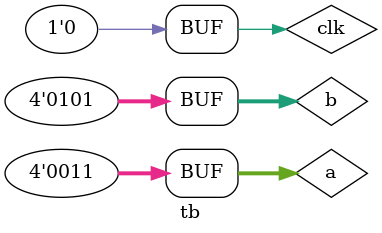
<source format=v>
`timescale 1ns/10ps
module adder
	(input [3:0] A,
	 input [3:0] B,
	 output [4:0] C)
;

	assign C = A + B;
endmodule

module tb;
	reg [3:0] a, b;
	wire [4:0] c;
	reg clk;

	initial begin
		clk = 0;
		repeat (20)
			#10 clk = ~clk;
	end

	adder dut (.A(a),.B(b),.C(c));

	initial begin
		$dumpfile("wave.vcd");
		$dumpvars(0, tb, dut);
		a = 1;
		b = 2;
		#10;
		a = 2;
		b = 4;
		#20;
		a = 3;
		b = 5;
		#10;
		//$finish();
	end
endmodule

</source>
